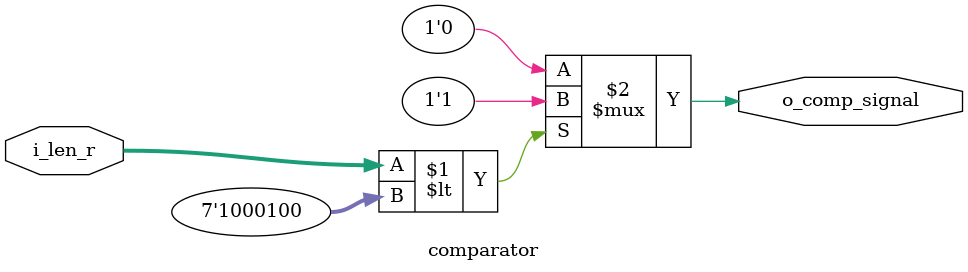
<source format=sv>
module comparator (
 input logic [7:0] i_len_r,
 output logic o_comp_signal
);

assign o_comp_signal = (i_len_r < 7'd68) ? 1'b1 : 1'b0;

endmodule : comparator
</source>
